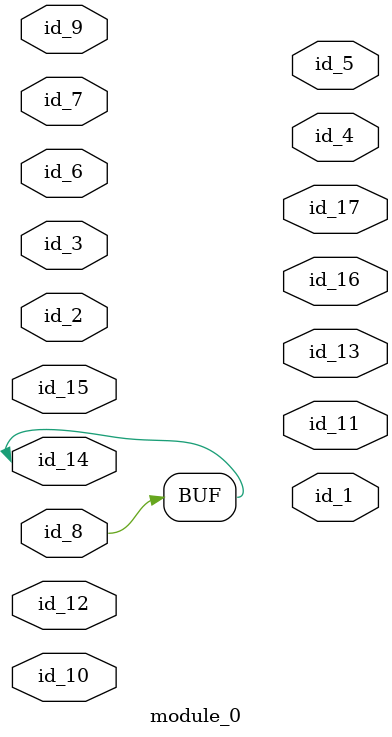
<source format=v>
module module_0 (
    id_1,
    id_2,
    id_3,
    id_4,
    id_5,
    id_6,
    id_7,
    id_8,
    id_9,
    id_10,
    id_11,
    id_12,
    id_13,
    id_14,
    id_15,
    id_16,
    id_17
);
  output id_17;
  output id_16;
  input id_15;
  inout id_14;
  output id_13;
  inout id_12;
  output id_11;
  inout id_10;
  input id_9;
  input id_8;
  input id_7;
  inout id_6;
  output id_5;
  output id_4;
  inout id_3;
  inout id_2;
  output id_1;
  assign id_14 = 1'd0 ? 1 : id_8;
endmodule

</source>
